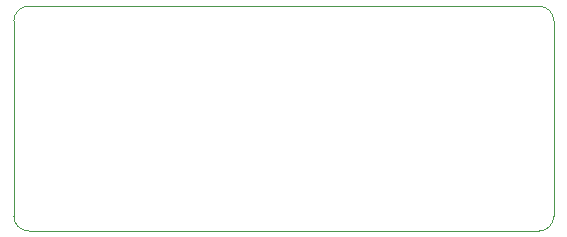
<source format=gbr>
G04 #@! TF.GenerationSoftware,KiCad,Pcbnew,(5.1.2)-2*
G04 #@! TF.CreationDate,2019-08-21T01:30:02+02:00*
G04 #@! TF.ProjectId,pmod-dice2,706d6f64-2d64-4696-9365-322e6b696361,rev?*
G04 #@! TF.SameCoordinates,Original*
G04 #@! TF.FileFunction,Profile,NP*
%FSLAX46Y46*%
G04 Gerber Fmt 4.6, Leading zero omitted, Abs format (unit mm)*
G04 Created by KiCad (PCBNEW (5.1.2)-2) date 2019-08-21 01:30:02*
%MOMM*%
%LPD*%
G04 APERTURE LIST*
%ADD10C,0.050000*%
G04 APERTURE END LIST*
D10*
X67310000Y-31750000D02*
X67310000Y-15240000D01*
X22860000Y-33020000D02*
X66040000Y-33020000D01*
X21590000Y-15240000D02*
X21590000Y-31750000D01*
X66040000Y-13970000D02*
X22860000Y-13970000D01*
X21590000Y-15240000D02*
G75*
G02X22860000Y-13970000I1270000J0D01*
G01*
X22860000Y-33020000D02*
G75*
G02X21590000Y-31750000I0J1270000D01*
G01*
X67310000Y-31750000D02*
G75*
G02X66040000Y-33020000I-1270000J0D01*
G01*
X66040000Y-13970000D02*
G75*
G02X67310000Y-15240000I0J-1270000D01*
G01*
M02*

</source>
